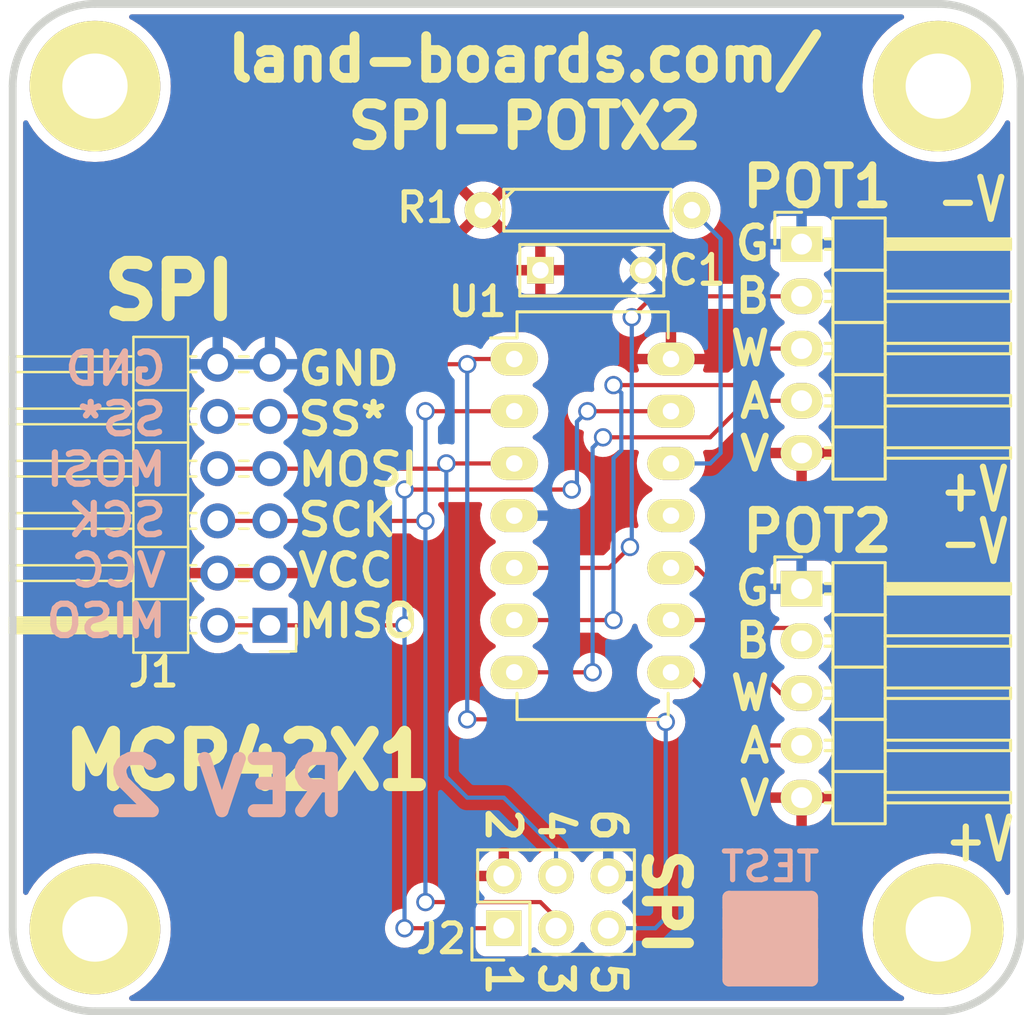
<source format=kicad_pcb>
(kicad_pcb (version 20211014) (generator pcbnew)
  (title_block (title "SPI-POTX2") (date "2022-05-17") (rev "2") (company "land-boards.com"))
  (layers (0 "F.Cu" signal "Front") (31 "B.Cu" power "Back") (36 "B.SilkS" user "B.Silkscreen") (37 "F.SilkS" user "F.Silkscreen") (38 "B.Mask" user) (39 "F.Mask" user) (44 "Edge.Cuts" user))
  (net 0 "")
  (net 1 "/SCK")
  (net 2 "GND")
  (net 3 "/VCC")
  (net 4 "/MISO")
  (net 5 "/MOSI")
  (net 6 "/SS")
  (net 7 "/P1B")
  (net 8 "/P1W")
  (net 9 "/P1A")
  (net 10 "/P0B")
  (net 11 "/P0W")
  (net 12 "/P0A")
  (net 13 "/~{SHDN}")
  (footprint "dougsLib:MTG-4-40" (layer "F.Cu") (at 129.828427 120.028427)
    (fp_text reference "MTG5" hide)
    (fp_text value "MTG_HOLE" hide)
    (pad "1" thru_hole circle locked (at 0 0) (size 6.35 6.35) (drill 3.175) (layers *.Cu *.Mask "F.SilkS") (clearance 0.508))
  )
  (footprint "dougsLib:MTG-4-40" (layer "F.Cu") (at 129.828427 79.028427)
    (fp_text reference "MTG6" hide)
    (fp_text value "MTG_HOLE" hide)
    (pad "1" thru_hole circle locked (at 0 0) (size 6.35 6.35) (drill 3.175) (layers *.Cu *.Mask "F.SilkS") (clearance 0.508))
  )
  (footprint "dougsLib:MTG-4-40" (layer "F.Cu") (at 170.828427 120.028427)
    (fp_text reference "MTG7" hide)
    (fp_text value "MTG_HOLE" hide)
    (pad "1" thru_hole circle locked (at 0 0) (size 6.35 6.35) (drill 3.175) (layers *.Cu *.Mask "F.SilkS") (clearance 0.508))
  )
  (footprint "dougsLib:MTG-4-40" (layer "F.Cu") (at 170.828427 79.028427)
    (fp_text reference "MTG?1" hide)
    (fp_text value "MTG_HOLE" hide)
    (pad "1" thru_hole circle locked (at 0 0) (size 6.35 6.35) (drill 3.175) (layers *.Cu *.Mask "F.SilkS") (clearance 0.508))
  )
  (footprint "Pin_Headers:Pin_Header_Straight_2x03" (layer "F.Cu") (at 149.704427 119.986427 90)
    (fp_text reference "J2" (at -0.508 -3.048 180) (layer "F.SilkS") (effects (font (size 1.397 1.397) (thickness 0.254))))
    (fp_text value "CONN_02X03" hide)
    (fp_line (start 1.27 1.27) (end -1.27 1.27) (layer "F.SilkS") (width 0.15))
    (fp_line (start -1.55 -1.55) (end -1.55 0) (layer "F.SilkS") (width 0.15))
    (fp_line (start 3.81 1.27) (end 3.81 -1.27) (layer "F.SilkS") (width 0.15))
    (fp_line (start 1.27 -1.27) (end 1.27 1.27) (layer "F.SilkS") (width 0.15))
    (fp_line (start 3.81 6.35) (end 3.81 1.27) (layer "F.SilkS") (width 0.15))
    (fp_line (start -1.27 6.35) (end 3.81 6.35) (layer "F.SilkS") (width 0.15))
    (fp_line (start -1.55 -1.55) (end 0 -1.55) (layer "F.SilkS") (width 0.15))
    (fp_line (start 3.81 -1.27) (end 1.27 -1.27) (layer "F.SilkS") (width 0.15))
    (fp_line (start -1.27 1.27) (end -1.27 6.35) (layer "F.SilkS") (width 0.15))
    (pad "1" thru_hole rect locked (at 0 0 90) (size 1.7272 1.7272) (drill 1.016) (layers *.Cu *.Mask "F.SilkS") (net 4 "/MISO"))
    (pad "2" thru_hole oval locked (at 2.54 0 90) (size 1.7272 1.7272) (drill 1.016) (layers *.Cu *.Mask "F.SilkS") (net 3 "/VCC"))
    (pad "3" thru_hole oval locked (at 0 2.54 90) (size 1.7272 1.7272) (drill 1.016) (layers *.Cu *.Mask "F.SilkS") (net 1 "/SCK"))
    (pad "4" thru_hole oval locked (at 2.54 2.54 90) (size 1.7272 1.7272) (drill 1.016) (layers *.Cu *.Mask "F.SilkS") (net 5 "/MOSI"))
    (pad "5" thru_hole oval locked (at 0 5.08 90) (size 1.7272 1.7272) (drill 1.016) (layers *.Cu *.Mask "F.SilkS") (net 6 "/SS"))
    (pad "6" thru_hole oval locked (at 2.54 5.08 90) (size 1.7272 1.7272) (drill 1.016) (layers *.Cu *.Mask "F.SilkS") (net 2 "GND"))
  )
  (footprint "DougsNewMods:TEST_BLK-REAR" (layer "F.Cu") (at 162.658427 120.494427)
    (fp_text reference "TEST" (at 0 -3.5) (layer "B.SilkS") (effects (font (size 1.397 1.397) (thickness 0.254)) (justify mirror)))
    (fp_text value "TEST" hide)
    (fp_line (start 2 0.5) (end 2 1) (layer "B.SilkS") (width 0.65))
    (fp_line (start 2 2) (end -2 2) (layer "B.SilkS") (width 0.65))
    (fp_line (start -2 -1.5) (end 2 -1.5) (layer "B.SilkS") (width 0.65))
    (fp_line (start -2 1) (end -2 1.5) (layer "B.SilkS") (width 0.65))
    (fp_line (start 2 -0.5) (end 2 0) (layer "B.SilkS") (width 0.65))
    (fp_line (start 2 -1) (end -2 -1) (layer "B.SilkS") (width 0.65))
    (fp_line (start 2 -1.5) (end 2 -1) (layer "B.SilkS") (width 0.65))
    (fp_line (start -2 1.5) (end 2 1.5) (layer "B.SilkS") (width 0.65))
    (fp_line (start -2 -2) (end -2 -1.5) (layer "B.SilkS") (width 0.65))
    (fp_line (start -2 2) (end -2 -2) (layer "B.SilkS") (width 0.65))
    (fp_line (start 2 -2) (end 2 2) (layer "B.SilkS") (width 0.65))
    (fp_line (start -2 -2) (end 2 -2) (layer "B.SilkS") (width 0.65))
    (fp_line (start -2 0) (end -2 0.5) (layer "B.SilkS") (width 0.65))
    (fp_line (start -2 -1) (end -2 -0.5) (layer "B.SilkS") (width 0.65))
    (fp_line (start -2 -0.5) (end 2 -0.5) (layer "B.SilkS") (width 0.65))
    (fp_line (start 2 1) (end -2 1) (layer "B.SilkS") (width 0.65))
    (fp_line (start 2 0) (end -2 0) (layer "B.SilkS") (width 0.65))
    (fp_line (start -2 0.5) (end 1.5 0.5) (layer "B.SilkS") (width 0.65))
    (fp_line (start 1.5 0.5) (end 2 0.5) (layer "B.SilkS") (width 0.65))
  )
  (footprint "Capacitors_ThroughHole:C_Rect_L7_W2.5_P5" (layer "F.Cu") (at 151.482427 87.982427)
    (fp_text reference "C1" (at 7.62 0) (layer "F.SilkS") (effects (font (size 1.397 1.397) (thickness 0.254))))
    (fp_text value "0.1uF" hide)
    (fp_line (start 6 -1.25) (end 6 1.25) (layer "F.SilkS") (width 0.15))
    (fp_line (start 6 1.25) (end -1 1.25) (layer "F.SilkS") (width 0.15))
    (fp_line (start -1 -1.25) (end 6 -1.25) (layer "F.SilkS") (width 0.15))
    (fp_line (start -1 1.25) (end -1 -1.25) (layer "F.SilkS") (width 0.15))
    (pad "1" thru_hole rect locked (at 0 0) (size 1.3 1.3) (drill 0.8) (layers *.Cu *.Mask "F.SilkS") (net 3 "/VCC"))
    (pad "2" thru_hole circle locked (at 5 0) (size 1.3 1.3) (drill 0.8) (layers *.Cu *.Mask "F.SilkS") (net 2 "GND"))
  )
  (footprint "Pin_Headers:Pin_Header_Angled_1x05" (layer "F.Cu") (at 164.182427 86.712427)
    (fp_text reference "POT1" (at 0.762 -2.794) (layer "F.SilkS") (effects (font (size 1.905 1.905) (thickness 0.381))))
    (fp_text value "CONN_01X05" hide)
    (fp_line (start 4.064 9.906) (end 10.16 9.906) (layer "F.SilkS") (width 0.15))
    (fp_line (start 1.524 6.35) (end 4.064 6.35) (layer "F.SilkS") (width 0.15))
    (fp_line (start 1.524 2.794) (end 1.143 2.794) (layer "F.SilkS") (width 0.15))
    (fp_line (start 1.524 6.35) (end 4.064 6.35) (layer "F.SilkS") (width 0.15))
    (fp_line (start 4.064 1.27) (end 4.064 -1.27) (layer "F.SilkS") (width 0.15))
    (fp_line (start 1.524 -1.27) (end 4.064 -1.27) (layer "F.SilkS") (width 0.15))
    (fp_line (start 10.16 10.414) (end 4.064 10.414) (layer "F.SilkS") (width 0.15))
    (fp_line (start 10.16 2.286) (end 10.16 2.794) (layer "F.SilkS") (width 0.15))
    (fp_line (start 1.524 5.334) (end 1.143 5.334) (layer "F.SilkS") (width 0.15))
    (fp_line (start 1.524 0.254) (end 1.143 0.254) (layer "F.SilkS") (width 0.15))
    (fp_line (start 10.16 0.254) (end 4.064 0.254) (layer "F.SilkS") (width 0.15))
    (fp_line (start 1.524 -1.27) (end 1.524 1.27) (layer "F.SilkS") (width 0.15))
    (fp_line (start 10.16 4.826) (end 10.16 5.334) (layer "F.SilkS") (width 0.15))
    (fp_line (start 4.064 4.826) (end 10.16 4.826) (layer "F.SilkS") (width 0.15))
    (fp_line (start 4.064 3.81) (end 4.064 1.27) (layer "F.SilkS") (width 0.15))
    (fp_line (start 1.524 1.27) (end 4.064 1.27) (layer "F.SilkS") (width 0.15))
    (fp_line (start 1.524 8.89) (end 4.064 8.89) (layer "F.SilkS") (width 0.15))
    (fp_line (start 1.524 4.826) (end 1.143 4.826) (layer "F.SilkS") (width 0.15))
    (fp_line (start 10.16 -0.254) (end 10.16 0.254) (layer "F.SilkS") (width 0.15))
    (fp_line (start 10.033 0.127) (end 4.191 0.127) (layer "F.SilkS") (width 0.15))
    (fp_line (start 4.064 8.89) (end 4.064 6.35) (layer "F.SilkS") (width 0.15))
    (fp_line (start -1.3 -1.55) (end -1.3 0) (layer "F.SilkS") (width 0.15))
    (fp_line (start 1.524 8.89) (end 1.524 11.43) (layer "F.SilkS") (width 0.15))
    (fp_line (start 1.524 3.81) (end 1.524 6.35) (layer "F.SilkS") (width 0.15))
    (fp_line (start 1.524 8.89) (end 4.064 8.89) (layer "F.SilkS") (width 0.15))
    (fp_line (start 4.064 6.35) (end 4.064 3.81) (layer "F.SilkS") (width 0.15))
    (fp_line (start 10.033 -0.127) (end 10.033 0.127) (layer "F.SilkS") (width 0.15))
    (fp_line (start 4.064 2.286) (end 10.16 2.286) (layer "F.SilkS") (width 0.15))
    (fp_line (start 4.191 -0.127) (end 10.033 -0.127) (layer "F.SilkS") (width 0.15))
    (fp_line (start 4.191 0.127) (end 4.191 0) (layer "F.SilkS") (width 0.15))
    (fp_line (start 1.524 7.366) (end 1.143 7.366) (layer "F.SilkS") (width 0.15))
    (fp_line (start 10.16 7.366) (end 10.16 7.874) (layer "F.SilkS") (width 0.15))
    (fp_line (start 1.524 1.27) (end 1.524 3.81) (layer "F.SilkS") (width 0.15))
    (fp_line (start 1.524 6.35) (end 1.524 8.89) (layer "F.SilkS") (width 0.15))
    (fp_line (start 4.064 11.43) (end 4.064 8.89) (layer "F.SilkS") (width 0.15))
    (fp_line (start 1.524 11.43) (end 4.064 11.43) (layer "F.SilkS") (width 0.15))
    (fp_line (start 4.064 -0.254) (end 10.16 -0.254) (layer "F.SilkS") (width 0.15))
    (fp_line (start 1.524 3.81) (end 4.064 3.81) (layer "F.SilkS") (width 0.15))
    (fp_line (start 10.16 7.874) (end 4.064 7.874) (layer "F.SilkS") (width 0.15))
    (fp_line (start 1.524 7.874) (end 1.143 7.874) (layer "F.SilkS") (width 0.15))
    (fp_line (start 10.16 2.794) (end 4.064 2.794) (layer "F.SilkS") (width 0.15))
    (fp_line (start 0 -1.55) (end -1.3 -1.55) (layer "F.SilkS") (width 0.15))
    (fp_line (start 1.524 3.81) (end 4.064 3.81) (layer "F.SilkS") (width 0.15))
    (fp_line (start 1.524 9.906) (end 1.143 9.906) (layer "F.SilkS") (width 0.15))
    (fp_line (start 1.524 2.286) (end 1.143 2.286) (layer "F.SilkS") (width 0.15))
    (fp_line (start 10.16 5.334) (end 4.064 5.334) (layer "F.SilkS") (width 0.15))
    (fp_line (start 4.064 7.366) (end 10.16 7.366) (layer "F.SilkS") (width 0.15))
    (fp_line (start 4.191 0) (end 10.033 0) (layer "F.SilkS") (width 0.15))
    (fp_line (start 1.524 1.27) (end 4.064 1.27) (layer "F.SilkS") (width 0.15))
    (fp_line (start 10.16 9.906) (end 10.16 10.414) (layer "F.SilkS") (width 0.15))
    (fp_line (start 1.524 10.414) (end 1.143 10.414) (layer "F.SilkS") (width 0.15))
    (fp_line (start 1.524 -0.254) (end 1.143 -0.254) (layer "F.SilkS") (width 0.15))
    (pad "1" thru_hole rect locked (at 0 0) (size 2.032 1.7272) (drill 1.016) (layers *.Cu *.Mask "F.SilkS") (net 2 "GND"))
    (pad "2" thru_hole oval locked (at 0 2.54) (size 2.032 1.7272) (drill 1.016) (layers *.Cu *.Mask "F.SilkS") (net 7 "/P1B"))
    (pad "3" thru_hole oval locked (at 0 5.08) (size 2.032 1.7272) (drill 1.016) (layers *.Cu *.Mask "F.SilkS") (net 8 "/P1W"))
    (pad "4" thru_hole oval locked (at 0 7.62) (size 2.032 1.7272) (drill 1.016) (layers *.Cu *.Mask "F.SilkS") (net 9 "/P1A"))
    (pad "5" thru_hole oval locked (at 0 10.16) (size 2.032 1.7272) (drill 1.016) (layers *.Cu *.Mask "F.SilkS") (net 3 "/VCC"))
  )
  (footprint "Pin_Headers:Pin_Header_Angled_1x05" (layer "F.Cu") (at 164.182427 103.476427)
    (fp_text reference "POT2" (at 0.762 -2.794) (layer "F.SilkS") (effects (font (size 1.905 1.905) (thickness 0.381))))
    (fp_text value "CONN_01X05" hide)
    (fp_line (start -1.3 -1.55) (end -1.3 0) (layer "F.SilkS") (width 0.15))
    (fp_line (start 1.524 6.35) (end 4.064 6.35) (layer "F.SilkS") (width 0.15))
    (fp_line (start 1.524 2.286) (end 1.143 2.286) (layer "F.SilkS") (width 0.15))
    (fp_line (start 1.524 3.81) (end 1.524 6.35) (layer "F.SilkS") (width 0.15))
    (fp_line (start 10.16 7.366) (end 10.16 7.874) (layer "F.SilkS") (width 0.15))
    (fp_line (start 10.16 5.334) (end 4.064 5.334) (layer "F.SilkS") (width 0.15))
    (fp_line (start 1.524 8.89) (end 4.064 8.89) (layer "F.SilkS") (width 0.15))
    (fp_line (start 4.064 7.366) (end 10.16 7.366) (layer "F.SilkS") (width 0.15))
    (fp_line (start 10.16 2.794) (end 4.064 2.794) (layer "F.SilkS") (width 0.15))
    (fp_line (start 4.064 9.906) (end 10.16 9.906) (layer "F.SilkS") (width 0.15))
    (fp_line (start 1.524 11.43) (end 4.064 11.43) (layer "F.SilkS") (width 0.15))
    (fp_line (start 1.524 1.27) (end 1.524 3.81) (layer "F.SilkS") (width 0.15))
    (fp_line (start 1.524 1.27) (end 4.064 1.27) (layer "F.SilkS") (width 0.15))
    (fp_line (start 1.524 6.35) (end 1.524 8.89) (layer "F.SilkS") (width 0.15))
    (fp_line (start 10.16 7.874) (end 4.064 7.874) (layer "F.SilkS") (width 0.15))
    (fp_line (start 10.033 0.127) (end 4.191 0.127) (layer "F.SilkS") (width 0.15))
    (fp_line (start 10.16 0.254) (end 4.064 0.254) (layer "F.SilkS") (width 0.15))
    (fp_line (start 1.524 8.89) (end 4.064 8.89) (layer "F.SilkS") (width 0.15))
    (fp_line (start 1.524 3.81) (end 4.064 3.81) (layer "F.SilkS") (width 0.15))
    (fp_line (start 1.524 5.334) (end 1.143 5.334) (layer "F.SilkS") (width 0.15))
    (fp_line (start 10.16 4.826) (end 10.16 5.334) (layer "F.SilkS") (width 0.15))
    (fp_line (start 10.16 9.906) (end 10.16 10.414) (layer "F.SilkS") (width 0.15))
    (fp_line (start 4.064 4.826) (end 10.16 4.826) (layer "F.SilkS") (width 0.15))
    (fp_line (start 1.524 10.414) (end 1.143 10.414) (layer "F.SilkS") (width 0.15))
    (fp_line (start 1.524 7.366) (end 1.143 7.366) (layer "F.SilkS") (width 0.15))
    (fp_line (start 1.524 1.27) (end 4.064 1.27) (layer "F.SilkS") (width 0.15))
    (fp_line (start 1.524 -0.254) (end 1.143 -0.254) (layer "F.SilkS") (width 0.15))
    (fp_line (start 4.191 -0.127) (end 10.033 -0.127) (layer "F.SilkS") (width 0.15))
    (fp_line (start 4.064 -0.254) (end 10.16 -0.254) (layer "F.SilkS") (width 0.15))
    (fp_line (start 4.064 6.35) (end 4.064 3.81) (layer "F.SilkS") (width 0.15))
    (fp_line (start 1.524 4.826) (end 1.143 4.826) (layer "F.SilkS") (width 0.15))
    (fp_line (start 0 -1.55) (end -1.3 -1.55) (layer "F.SilkS") (width 0.15))
    (fp_line (start 4.064 2.286) (end 10.16 2.286) (layer "F.SilkS") (width 0.15))
    (fp_line (start 4.064 8.89) (end 4.064 6.35) (layer "F.SilkS") (width 0.15))
    (fp_line (start 10.16 2.286) (end 10.16 2.794) (layer "F.SilkS") (width 0.15))
    (fp_line (start 10.033 -0.127) (end 10.033 0.127) (layer "F.SilkS") (width 0.15))
    (fp_line (start 1.524 -1.27) (end 1.524 1.27) (layer "F.SilkS") (width 0.15))
    (fp_line (start 1.524 9.906) (end 1.143 9.906) (layer "F.SilkS") (width 0.15))
    (fp_line (start 4.064 3.81) (end 4.064 1.27) (layer "F.SilkS") (width 0.15))
    (fp_line (start 10.16 -0.254) (end 10.16 0.254) (layer "F.SilkS") (width 0.15))
    (fp_line (start 4.064 1.27) (end 4.064 -1.27) (layer "F.SilkS") (width 0.15))
    (fp_line (start 1.524 2.794) (end 1.143 2.794) (layer "F.SilkS") (width 0.15))
    (fp_line (start 1.524 -1.27) (end 4.064 -1.27) (layer "F.SilkS") (width 0.15))
    (fp_line (start 1.524 6.35) (end 4.064 6.35) (layer "F.SilkS") (width 0.15))
    (fp_line (start 4.191 0.127) (end 4.191 0) (layer "F.SilkS") (width 0.15))
    (fp_line (start 4.191 0) (end 10.033 0) (layer "F.SilkS") (width 0.15))
    (fp_line (start 1.524 0.254) (end 1.143 0.254) (layer "F.SilkS") (width 0.15))
    (fp_line (start 1.524 8.89) (end 1.524 11.43) (layer "F.SilkS") (width 0.15))
    (fp_line (start 10.16 10.414) (end 4.064 10.414) (layer "F.SilkS") (width 0.15))
    (fp_line (start 1.524 7.874) (end 1.143 7.874) (layer "F.SilkS") (width 0.15))
    (fp_line (start 4.064 11.43) (end 4.064 8.89) (layer "F.SilkS") (width 0.15))
    (fp_line (start 1.524 3.81) (end 4.064 3.81) (layer "F.SilkS") (width 0.15))
    (pad "1" thru_hole rect locked (at 0 0) (size 2.032 1.7272) (drill 1.016) (layers *.Cu *.Mask "F.SilkS") (net 2 "GND"))
    (pad "2" thru_hole oval locked (at 0 2.54) (size 2.032 1.7272) (drill 1.016) (layers *.Cu *.Mask "F.SilkS") (net 10 "/P0B"))
    (pad "3" thru_hole oval locked (at 0 5.08) (size 2.032 1.7272) (drill 1.016) (layers *.Cu *.Mask "F.SilkS") (net 11 "/P0W"))
    (pad "4" thru_hole oval locked (at 0 7.62) (size 2.032 1.7272) (drill 1.016) (layers *.Cu *.Mask "F.SilkS") (net 12 "/P0A"))
    (pad "5" thru_hole oval locked (at 0 10.16) (size 2.032 1.7272) (drill 1.016) (layers *.Cu *.Mask "F.SilkS") (net 3 "/VCC"))
  )
  (footprint "Discret:R4-LARGE_PADS" (layer "F.Cu") (at 153.768427 85.061427)
    (fp_text reference "R1" (at -7.874 -0.127 180) (layer "F.SilkS") (effects (font (size 1.397 1.397) (thickness 0.254))))
    (fp_text value "10K" hide)
    (fp_line (start -4.064 -1.016) (end 4.064 -1.016) (layer "F.SilkS") (width 0.15))
    (fp_line (start -5.08 0) (end -4.064 0) (layer "F.SilkS") (width 0.15))
    (fp_line (start 5.08 0) (end 4.064 0) (layer "F.SilkS") (width 0.15))
    (fp_line (start -4.064 1.016) (end -4.064 0) (layer "F.SilkS") (width 0.15))
    (fp_line (start -4.064 0) (end -4.064 -1.016) (layer "F.SilkS") (width 0.15))
    (fp_line (start 4.064 -1.016) (end 4.064 1.016) (layer "F.SilkS") (width 0.15))
    (fp_line (start 4.064 1.016) (end -4.064 1.016) (layer "F.SilkS") (width 0.15))
    (fp_line (start -4.064 -0.508) (end -3.556 -1.016) (layer "F.SilkS") (width 0.15))
    (pad "1" thru_hole circle locked (at -5.08 0) (size 1.778 1.778) (drill 0.8128) (layers *.Cu *.Mask "F.SilkS") (net 3 "/VCC"))
    (pad "2" thru_hole circle locked (at 5.08 0) (size 1.778 1.778) (drill 0.8128) (layers *.Cu *.Mask "F.SilkS") (net 13 "/~{SHDN}"))
  )
  (footprint "Housings_DIP:DIP-14_W7.62mm_LongPads" (layer "F.Cu") (at 150.212427 92.300427)
    (fp_text reference "U1" (at -1.778 -2.794) (layer "F.SilkS") (effects (font (size 1.397 1.397) (thickness 0.254))))
    (fp_text value "MCP4231-103E/P" hide)
    (fp_line (start 0.135 -1.025) (end -1.15 -1.025) (layer "F.SilkS") (width 0.15))
    (fp_line (start 0.135 17.535) (end 0.135 16.265) (layer "F.SilkS") (width 0.15))
    (fp_line (start 0.135 -2.295) (end 0.135 -1.025) (layer "F.SilkS") (width 0.15))
    (fp_line (start 7.485 -2.295) (end 7.485 -1.025) (layer "F.SilkS") (width 0.15))
    (fp_line (start 0.135 17.535) (end 7.485 17.535) (layer "F.SilkS") (width 0.15))
    (fp_line (start 7.485 17.535) (end 7.485 16.265) (layer "F.SilkS") (width 0.15))
    (fp_line (start 0.135 -2.295) (end 7.485 -2.295) (layer "F.SilkS") (width 0.15))
    (pad "1" thru_hole oval locked (at 0 0) (size 2.3 1.6) (drill 0.8) (layers *.Cu *.Mask "F.SilkS") (net 6 "/SS"))
    (pad "2" thru_hole oval locked (at 0 2.54) (size 2.3 1.6) (drill 0.8) (layers *.Cu *.Mask "F.SilkS") (net 1 "/SCK"))
    (pad "3" thru_hole oval locked (at 0 5.08) (size 2.3 1.6) (drill 0.8) (layers *.Cu *.Mask "F.SilkS") (net 5 "/MOSI"))
    (pad "4" thru_hole oval locked (at 0 7.62) (size 2.3 1.6) (drill 0.8) (layers *.Cu *.Mask "F.SilkS") (net 2 "GND"))
    (pad "5" thru_hole oval locked (at 0 10.16) (size 2.3 1.6) (drill 0.8) (layers *.Cu *.Mask "F.SilkS") (net 7 "/P1B"))
    (pad "6" thru_hole oval locked (at 0 12.7) (size 2.3 1.6) (drill 0.8) (layers *.Cu *.Mask "F.SilkS") (net 8 "/P1W"))
    (pad "7" thru_hole oval locked (at 0 15.24) (size 2.3 1.6) (drill 0.8) (layers *.Cu *.Mask "F.SilkS") (net 9 "/P1A"))
    (pad "8" thru_hole oval locked (at 7.62 15.24) (size 2.3 1.6) (drill 0.8) (layers *.Cu *.Mask "F.SilkS") (net 12 "/P0A"))
    (pad "9" thru_hole oval locked (at 7.62 12.7) (size 2.3 1.6) (drill 0.8) (layers *.Cu *.Mask "F.SilkS") (net 11 "/P0W"))
    (pad "10" thru_hole oval locked (at 7.62 10.16) (size 2.3 1.6) (drill 0.8) (layers *.Cu *.Mask "F.SilkS") (net 10 "/P0B"))
    (pad "11" thru_hole oval locked (at 7.62 7.62) (size 2.3 1.6) (drill 0.8) (layers *.Cu *.Mask "F.SilkS"))
    (pad "12" thru_hole oval locked (at 7.62 5.08) (size 2.3 1.6) (drill 0.8) (layers *.Cu *.Mask "F.SilkS") (net 13 "/~{SHDN}"))
    (pad "13" thru_hole oval locked (at 7.62 2.54) (size 2.3 1.6) (drill 0.8) (layers *.Cu *.Mask "F.SilkS") (net 4 "/MISO"))
    (pad "14" thru_hole oval locked (at 7.62 0) (size 2.3 1.6) (drill 0.8) (layers *.Cu *.Mask "F.SilkS") (net 3 "/VCC"))
  )
  (footprint "Connector_PinHeader_2.54mm:PinHeader_2x06_P2.54mm_Horizontal" (layer "F.Cu") (at 138.336427 105.254427 180)
    (fp_text reference "J1" (at 5.655 -2.27) (layer "F.SilkS") (effects (font (size 1.397 1.397) (thickness 0.254))))
    (fp_text value "Conn_02x06_Odd_Even")
    (fp_line (start 3.98 8.89) (end 6.64 8.89) (layer "F.SilkS") (width 0.12))
    (fp_line (start 3.582929 2.16) (end 3.98 2.16) (layer "F.SilkS") (width 0.12))
    (fp_line (start 1.11 0.38) (end 1.497071 0.38) (layer "F.SilkS") (width 0.12))
    (fp_line (start 1.042929 9.78) (end 1.497071 9.78) (layer "F.SilkS") (width 0.12))
    (fp_line (start 12.64 13.08) (end 6.64 13.08) (layer "F.SilkS") (width 0.12))
    (fp_line (start 6.64 9.78) (end 12.64 9.78) (layer "F.SilkS") (width 0.12))
    (fp_line (start 6.64 0.28) (end 12.64 0.28) (layer "F.SilkS") (width 0.12))
    (fp_line (start 1.042929 2.16) (end 1.497071 2.16) (layer "F.SilkS") (width 0.12))
    (fp_line (start 12.64 5.46) (end 6.64 5.46) (layer "F.SilkS") (width 0.12))
    (fp_line (start 3.98 14.03) (end 6.64 14.03) (layer "F.SilkS") (width 0.12))
    (fp_line (start 3.582929 0.38) (end 3.98 0.38) (layer "F.SilkS") (width 0.12))
    (fp_line (start 1.042929 5.46) (end 1.497071 5.46) (layer "F.SilkS") (width 0.12))
    (fp_line (start 12.64 4.7) (end 12.64 5.46) (layer "F.SilkS") (width 0.12))
    (fp_line (start 3.582929 10.54) (end 3.98 10.54) (layer "F.SilkS") (width 0.12))
    (fp_line (start 3.582929 12.32) (end 3.98 12.32) (layer "F.SilkS") (width 0.12))
    (fp_line (start 12.64 -0.38) (end 12.64 0.38) (layer "F.SilkS") (width 0.12))
    (fp_line (start 3.582929 -0.38) (end 3.98 -0.38) (layer "F.SilkS") (width 0.12))
    (fp_line (start 6.64 -0.32) (end 12.64 -0.32) (layer "F.SilkS") (width 0.12))
    (fp_line (start 3.582929 13.08) (end 3.98 13.08) (layer "F.SilkS") (width 0.12))
    (fp_line (start 1.042929 12.32) (end 1.497071 12.32) (layer "F.SilkS") (width 0.12))
    (fp_line (start 12.64 2.92) (end 6.64 2.92) (layer "F.SilkS") (width 0.12))
    (fp_line (start 6.64 7.24) (end 12.64 7.24) (layer "F.SilkS") (width 0.12))
    (fp_line (start 12.64 0.38) (end 6.64 0.38) (layer "F.SilkS") (width 0.12))
    (fp_line (start 12.64 2.16) (end 12.64 2.92) (layer "F.SilkS") (width 0.12))
    (fp_line (start -1.27 -1.27) (end 0 -1.27) (layer "F.SilkS") (width 0.12))
    (fp_line (start 6.64 14.03) (end 6.64 -1.33) (layer "F.SilkS") (width 0.12))
    (fp_line (start 6.64 12.32) (end 12.64 12.32) (layer "F.SilkS") (width 0.12))
    (fp_line (start 12.64 12.32) (end 12.64 13.08) (layer "F.SilkS") (width 0.12))
    (fp_line (start 3.582929 4.7) (end 3.98 4.7) (layer "F.SilkS") (width 0.12))
    (fp_line (start 6.64 -1.33) (end 3.98 -1.33) (layer "F.SilkS") (width 0.12))
    (fp_line (start 6.64 -0.38) (end 12.64 -0.38) (layer "F.SilkS") (width 0.12))
    (fp_line (start 3.98 3.81) (end 6.64 3.81) (layer "F.SilkS") (width 0.12))
    (fp_line (start 6.64 -0.08) (end 12.64 -0.08) (layer "F.SilkS") (width 0.12))
    (fp_line (start 3.98 1.27) (end 6.64 1.27) (layer "F.SilkS") (width 0.12))
    (fp_line (start 3.582929 2.92) (end 3.98 2.92) (layer "F.SilkS") (width 0.12))
    (fp_line (start 3.582929 7.24) (end 3.98 7.24) (layer "F.SilkS") (width 0.12))
    (fp_line (start 3.582929 5.46) (end 3.98 5.46) (layer "F.SilkS") (width 0.12))
    (fp_line (start 1.11 -0.38) (end 1.497071 -0.38) (layer "F.SilkS") (width 0.12))
    (fp_line (start 12.64 9.78) (end 12.64 10.54) (layer "F.SilkS") (width 0.12))
    (fp_line (start 1.042929 10.54) (end 1.497071 10.54) (layer "F.SilkS") (width 0.12))
    (fp_line (start 3.98 11.43) (end 6.64 11.43) (layer "F.SilkS") (width 0.12))
    (fp_line (start 6.64 2.16) (end 12.64 2.16) (layer "F.SilkS") (width 0.12))
    (fp_line (start 1.042929 13.08) (end 1.497071 13.08) (layer "F.SilkS") (width 0.12))
    (fp_line (start 12.64 10.54) (end 6.64 10.54) (layer "F.SilkS") (width 0.12))
    (fp_line (start -1.27 0) (end -1.27 -1.27) (layer "F.SilkS") (width 0.12))
    (fp_line (start 6.64 0.04) (end 12.64 0.04) (layer "F.SilkS") (width 0.12))
    (fp_line (start 12.64 8) (end 6.64 8) (layer "F.SilkS") (width 0.12))
    (fp_line (start 6.64 0.16) (end 12.64 0.16) (layer "F.SilkS") (width 0.12))
    (fp_line (start 6.64 4.7) (end 12.64 4.7) (layer "F.SilkS") (width 0.12))
    (fp_line (start 3.582929 8) (end 3.98 8) (layer "F.SilkS") (width 0.12))
    (fp_line (start 1.042929 4.7) (end 1.497071 4.7) (layer "F.SilkS") (width 0.12))
    (fp_line (start 1.042929 8) (end 1.497071 8) (layer "F.SilkS") (width 0.12))
    (fp_line (start 1.042929 2.92) (end 1.497071 2.92) (layer "F.SilkS") (width 0.12))
    (fp_line (start 6.64 -0.2) (end 12.64 -0.2) (layer "F.SilkS") (width 0.12))
    (fp_line (start 3.98 -1.33) (end 3.98 14.03) (layer "F.SilkS") (width 0.12))
    (fp_line (start 12.64 7.24) (end 12.64 8) (layer "F.SilkS") (width 0.12))
    (fp_line (start 1.042929 7.24) (end 1.497071 7.24) (layer "F.SilkS") (width 0.12))
    (fp_line (start 3.582929 9.78) (end 3.98 9.78) (layer "F.SilkS") (width 0.12))
    (fp_line (start 3.98 6.35) (end 6.64 6.35) (layer "F.SilkS") (width 0.12))
    (pad "1" thru_hole rect (at 0 0 180) (size 1.7 1.7) (drill 1) (layers *.Cu *.Mask) (net 4 "/MISO"))
    (pad "2" thru_hole oval (at 2.54 0 180) (size 1.7 1.7) (drill 1) (layers *.Cu *.Mask) (net 4 "/MISO"))
    (pad "3" thru_hole oval (at 0 2.54 180) (size 1.7 1.7) (drill 1) (layers *.Cu *.Mask) (net 3 "/VCC"))
    (pad "4" thru_hole oval (at 2.54 2.54 180) (size 1.7 1.7) (drill 1) (layers *.Cu *.Mask) (net 3 "/VCC"))
    (pad "5" thru_hole oval (at 0 5.08 180) (size 1.7 1.7) (drill 1) (layers *.Cu *.Mask) (net 1 "/SCK"))
    (pad "6" thru_hole oval (at 2.54 5.08 180) (size 1.7 1.7) (drill 1) (layers *.Cu *.Mask) (net 1 "/SCK"))
    (pad "7" thru_hole oval (at 0 7.62 180) (size 1.7 1.7) (drill 1) (layers *.Cu *.Mask) (net 5 "/MOSI"))
    (pad "8" thru_hole oval (at 2.54 7.62 180) (size 1.7 1.7) (drill 1) (layers *.Cu *.Mask) (net 5 "/MOSI"))
    (pad "9" thru_hole oval (at 0 10.16 180) (size 1.7 1.7) (drill 1) (layers *.Cu *.Mask) (net 6 "/SS"))
    (pad "10" thru_hole oval (at 2.54 10.16 180) (size 1.7 1.7) (drill 1) (layers *.Cu *.Mask) (net 6 "/SS"))
    (pad "11" thru_hole oval (at 0 12.7 180) (size 1.7 1.7) (drill 1) (layers *.Cu *.Mask) (net 2 "GND"))
    (pad "12" thru_hole oval (at 2.54 12.7 180) (size 1.7 1.7) (drill 1) (layers *.Cu *.Mask) (net 2 "GND"))
  )
  (gr_line (start 129.828427 75.028427) (end 170.828427 75.028427) (layer "Edge.Cuts") (width 0.381))
  (gr_line (start 125.828427 120.028427) (end 125.828427 79.028427) (layer "Edge.Cuts") (width 0.381))
  (gr_arc (start 125.828427 79.028427) (mid 127 76.2) (end 129.828427 75.028427) (layer "Edge.Cuts") (width 0.381))
  (gr_line (start 174.828427 79.028427) (end 174.828427 120.028427) (layer "Edge.Cuts") (width 0.381))
  (gr_arc (start 129.828427 124.028427) (mid 127 122.856854) (end 125.828427 120.028427) (layer "Edge.Cuts") (width 0.381))
  (gr_line (start 170.828427 124.028427) (end 129.828427 124.028427) (layer "Edge.Cuts") (width 0.381))
  (gr_arc (start 174.828427 120.028427) (mid 173.656854 122.856854) (end 170.828427 124.028427) (layer "Edge.Cuts") (width 0.381))
  (gr_arc (start 170.828427 75.028427) (mid 173.656854 76.2) (end 174.828427 79.028427) (layer "Edge.Cuts") (width 0.381))
  (gr_text "REV 2" (at 136.242427 113.128427) (layer "B.SilkS") (effects (font (size 2.54 2.54) (thickness 0.635)) (justify mirror)))
  (gr_text "GND\nSS*\nMOSI\nSCK\nVCC\nMISO" (at 133.448427 98.904427) (layer "B.SilkS") (effects (font (size 1.524 1.5875) (thickness 0.3048)) (justify left mirror)))
  (gr_text "GND\nSS*\nMOSI\nSCK\nVCC\nMISO" (at 139.544427 98.904427) (layer "F.SilkS") (effects (font (size 1.524 1.5875) (thickness 0.3048)) (justify left)))
  (gr_text "SPI" (at 157.578427 118.716427 270) (layer "F.SilkS") (effects (font (size 2.032 2.032) (thickness 0.508))))
  (gr_text "SPI" (at 133.448427 88.998427) (layer "F.SilkS") (effects (font (size 2.54 2.54) (thickness 0.635))))
  (gr_text "G\nB\nW\nA\nV" (at 162.785427 108.556427) (layer "F.SilkS") (effects (font (size 1.5875 1.5875) (thickness 0.3048)) (justify right)))
  (gr_text "-V" (at 172.564427 101.190427) (layer "F.SilkS") (effects (font (size 2.032 1.524) (thickness 0.3048))))
  (gr_text "6\n4\n2" (at 152.244427 115.922427 270) (layer "F.SilkS") (effects (font (size 1.5875 1.5875) (thickness 0.3048)) (justify right)))
  (gr_text "+V" (at 172.564427 98.650427) (layer "F.SilkS") (effects (font (size 2.032 1.524) (thickness 0.3048))))
  (gr_text "G\nB\nW\nA\nV" (at 162.785427 91.792427) (layer "F.SilkS") (effects (font (size 1.5875 1.5875) (thickness 0.3048)) (justify right)))
  (gr_text "-V" (at 172.437427 84.553427) (layer "F.SilkS") (effects (font (size 2.032 1.524) (thickness 0.3048))))
  (gr_text "5\n3\n1" (at 152.244427 121.510427 270) (layer "F.SilkS") (effects (font (size 1.5875 1.5875) (thickness 0.3048)) (justify left)))
  (gr_text "MCP42X1" (at 137.258427 111.858427) (layer "F.SilkS") (effects (font (size 2.54 2.54) (thickness 0.635))))
  (gr_text "+V" (at 172.818427 115.668427) (layer "F.SilkS") (effects (font (size 2.032 1.524) (thickness 0.3048))))
  (gr_text "land-boards.com/\nSPI-POTX2" (at 150.720427 79.346427) (layer "F.SilkS") (effects (font (size 2.032 2.032) (thickness 0.47625))))
  (segment (start 145.894427 94.840427) (end 150.212427 94.840427) (width 0.2032) (layer "F.Cu") (net 1))
  (segment (start 145.894427 118.716427) (end 151.482427 118.716427) (width 0.2032) (layer "F.Cu") (net 1))
  (segment (start 151.482427 118.716427) (end 152.244427 119.478427) (width 0.2032) (layer "F.Cu") (net 1))
  (segment (start 152.244427 119.478427) (end 152.244427 119.986427) (width 0.2032) (layer "F.Cu") (net 1))
  (segment (start 135.796427 100.174427) (end 138.336427 100.174427) (width 0.2032) (layer "F.Cu") (net 1))
  (segment (start 138.336427 100.174427) (end 145.894427 100.174427) (width 0.2032) (layer "F.Cu") (net 1))
  (via (at 145.894427 100.174427) (size 0.889) (drill 0.635) (layers "F.Cu" "B.Cu") (net 1))
  (via (at 145.894427 94.840427) (size 0.889) (drill 0.635) (layers "F.Cu" "B.Cu") (net 1))
  (via (at 145.894427 118.716427) (size 0.889) (drill 0.635) (layers "F.Cu" "B.Cu") (net 1))
  (segment (start 145.894427 94.840427) (end 145.894427 100.174427) (width 0.2032) (layer "B.Cu") (net 1))
  (segment (start 145.894427 100.174427) (end 145.894427 118.716427) (width 0.2032) (layer "B.Cu") (net 1))
  (segment (start 144.878427 119.986427) (end 149.704427 119.986427) (width 0.2032) (layer "F.Cu") (net 4))
  (segment (start 138.336427 105.254427) (end 144.878427 105.254427) (width 0.2032) (layer "F.Cu") (net 4))
  (segment (start 135.796427 105.254427) (end 138.336427 105.254427) (width 0.2032) (layer "F.Cu") (net 4))
  (segment (start 144.878427 98.650427) (end 153.006427 98.650427) (width 0.2032) (layer "F.Cu") (net 4))
  (segment (start 157.832427 94.840427) (end 153.768427 94.840427) (width 0.2032) (layer "F.Cu") (net 4))
  (via (at 144.878427 98.650427) (size 0.889) (drill 0.635) (layers "F.Cu" "B.Cu") (net 4))
  (via (at 153.006427 98.650427) (size 0.889) (drill 0.635) (layers "F.Cu" "B.Cu") (net 4))
  (via (at 153.768427 94.840427) (size 0.889) (drill 0.635) (layers "F.Cu" "B.Cu") (net 4))
  (via (at 144.878427 119.986427) (size 0.889) (drill 0.635) (layers "F.Cu" "B.Cu") (net 4))
  (via (at 144.878427 105.254427) (size 0.889) (drill 0.635) (layers "F.Cu" "B.Cu") (net 4))
  (segment (start 153.768427 94.840427) (end 153.260427 95.348427) (width 0.2032) (layer "B.Cu") (net 4))
  (segment (start 153.260427 98.396427) (end 153.006427 98.650427) (width 0.2032) (layer "B.Cu") (net 4))
  (segment (start 144.878427 98.650427) (end 144.878427 105.254427) (width 0.2032) (layer "B.Cu") (net 4))
  (segment (start 144.878427 105.254427) (end 144.878427 119.986427) (width 0.2032) (layer "B.Cu") (net 4))
  (segment (start 153.260427 95.348427) (end 153.260427 98.396427) (width 0.2032) (layer "B.Cu") (net 4))
  (segment (start 146.910427 97.380427) (end 150.212427 97.380427) (width 0.2032) (layer "F.Cu") (net 5))
  (segment (start 146.656427 97.634427) (end 146.910427 97.380427) (width 0.2032) (layer "F.Cu") (net 5))
  (segment (start 138.336427 97.634427) (end 146.656427 97.634427) (width 0.2032) (layer "F.Cu") (net 5))
  (segment (start 135.796427 97.634427) (end 138.336427 97.634427) (width 0.2032) (layer "F.Cu") (net 5))
  (via (at 146.910427 97.380427) (size 0.889) (drill 0.635) (layers "F.Cu" "B.Cu") (net 5))
  (segment (start 152.244427 116.176427) (end 149.704427 113.636427) (width 0.2032) (layer "B.Cu") (net 5))
  (segment (start 149.704427 113.636427) (end 147.926427 113.636427) (width 0.2032) (layer "B.Cu") (net 5))
  (segment (start 147.926427 113.636427) (end 146.910427 112.620427) (width 0.2032) (layer "B.Cu") (net 5))
  (segment (start 152.244427 117.446427) (end 152.244427 116.176427) (width 0.2032) (layer "B.Cu") (net 5))
  (segment (start 146.910427 97.380427) (end 146.910427 112.620427) (width 0.2032) (layer "B.Cu") (net 5))
  (segment (start 148.180427 92.300427) (end 147.926427 92.554427) (width 0.2032) (layer "F.Cu") (net 6))
  (segment (start 157.578427 109.953427) (end 157.451427 109.826427) (width 0.2032) (layer "F.Cu") (net 6))
  (segment (start 157.451427 109.826427) (end 147.926427 109.826427) (width 0.2032) (layer "F.Cu") (net 6))
  (segment (start 138.336427 95.094427) (end 140.814427 95.094427) (width 0.2032) (layer "F.Cu") (net 6))
  (segment (start 140.814427 95.094427) (end 143.354427 92.554427) (width 0.2032) (layer "F.Cu") (net 6))
  (segment (start 143.354427 92.554427) (end 147.926427 92.554427) (width 0.2032) (layer "F.Cu") (net 6))
  (segment (start 150.212427 92.300427) (end 148.180427 92.300427) (width 0.2032) (layer "F.Cu") (net 6))
  (segment (start 135.796427 95.094427) (end 138.336427 95.094427) (width 0.2032) (layer "F.Cu") (net 6))
  (via (at 157.578427 109.953427) (size 0.889) (drill 0.635) (layers "F.Cu" "B.Cu") (net 6))
  (via (at 147.926427 109.826427) (size 0.889) (drill 0.635) (layers "F.Cu" "B.Cu") (net 6))
  (via (at 147.926427 92.554427) (size 0.889) (drill 0.635) (layers "F.Cu" "B.Cu") (net 6))
  (segment (start 147.926427 92.554427) (end 147.926427 109.826427) (width 0.2032) (layer "B.Cu") (net 6))
  (segment (start 157.070427 119.986427) (end 157.578427 119.478427) (width 0.2032) (layer "B.Cu") (net 6))
  (segment (start 157.578427 119.478427) (end 157.578427 109.953427) (width 0.2032) (layer "B.Cu") (net 6))
  (segment (start 154.784427 119.986427) (end 157.070427 119.986427) (width 0.2032) (layer "B.Cu") (net 6))
  (segment (start 156.943427 89.252427) (end 155.927427 90.268427) (width 0.2032) (layer "F.Cu") (net 7))
  (segment (start 154.82258 102.460427) (end 155.838527 101.44448) (width 0.2032) (layer "F.Cu") (net 7))
  (segment (start 150.212427 102.460427) (end 154.82258 102.460427) (width 0.2032) (layer "F.Cu") (net 7))
  (segment (start 164.182427 89.252427) (end 156.943427 89.252427) (width 0.2032) (layer "F.Cu") (net 7))
  (via (at 155.927427 90.268427) (size 0.889) (drill 0.635) (layers "F.Cu" "B.Cu") (net 7))
  (via (at 155.838527 101.44448) (size 0.889) (drill 0.635) (layers "F.Cu" "B.Cu") (net 7))
  (segment (start 155.927427 101.35558) (end 155.838527 101.44448) (width 0.2032) (layer "B.Cu") (net 7))
  (segment (start 155.927427 90.268427) (end 155.927427 101.35558) (width 0.2032) (layer "B.Cu") (net 7))
  (segment (start 162.658427 91.792427) (end 160.880427 93.570427) (width 0.2032) (layer "F.Cu") (net 8))
  (segment (start 160.880427 93.570427) (end 155.038427 93.570427) (width 0.2032) (layer "F.Cu") (net 8))
  (segment (start 155.038427 105.000427) (end 150.212427 105.000427) (width 0.2032) (layer "F.Cu") (net 8))
  (segment (start 164.182427 91.792427) (end 162.658427 91.792427) (width 0.2032) (layer "F.Cu") (net 8))
  (via (at 155.038427 93.570427) (size 0.889) (drill 0.635) (layers "F.Cu" "B.Cu") (net 8))
  (via (at 155.038427 105.000427) (size 0.889) (drill 0.635) (layers "F.Cu" "B.Cu") (net 8))
  (segment (start 155.419427 93.951427) (end 155.038427 93.570427) (width 0.2032) (layer "B.Cu") (net 8))
  (segment (start 155.038427 97.126427) (end 155.419427 96.745427) (width 0.2032) (layer "B.Cu") (net 8))
  (segment (start 155.038427 105.000427) (end 155.038427 97.126427) (width 0.2032) (layer "B.Cu") (net 8))
  (segment (start 155.419427 96.745427) (end 155.419427 93.951427) (width 0.2032) (layer "B.Cu") (net 8))
  (segment (start 161.515427 94.332427) (end 159.737427 96.110427) (width 0.2032) (layer "F.Cu") (net 9))
  (segment (start 159.737427 96.110427) (end 154.530427 96.110427) (width 0.2032) (layer "F.Cu") (net 9))
  (segment (start 164.182427 94.332427) (end 161.515427 94.332427) (width 0.2032) (layer "F.Cu") (net 9))
  (segment (start 154.022427 107.540427) (end 150.212427 107.540427) (width 0.2032) (layer "F.Cu") (net 9))
  (via (at 154.022427 107.540427) (size 0.889) (drill 0.635) (layers "F.Cu" "B.Cu") (net 9))
  (via (at 154.530427 96.110427) (size 0.889) (drill 0.635) (layers "F.Cu" "B.Cu") (net 9))
  (segment (start 154.022427 107.540427) (end 154.022427 96.618427) (width 0.2032) (layer "B.Cu") (net 9))
  (segment (start 154.022427 96.618427) (end 154.530427 96.110427) (width 0.2032) (layer "B.Cu") (net 9))
  (segment (start 159.102427 102.460427) (end 162.023427 105.381427) (width 0.2032) (layer "F.Cu") (net 10))
  (segment (start 162.023427 105.381427) (end 163.547427 105.381427) (width 0.2032) (layer "F.Cu") (net 10))
  (segment (start 163.547427 105.381427) (end 164.182427 106.016427) (width 0.2032) (layer "F.Cu") (net 10))
  (segment (start 157.832427 102.460427) (end 159.102427 102.460427) (width 0.2032) (layer "F.Cu") (net 10))
  (segment (start 159.610427 105.000427) (end 163.166427 108.556427) (width 0.2032) (layer "F.Cu") (net 11))
  (segment (start 163.166427 108.556427) (end 164.182427 108.556427) (width 0.2032) (layer "F.Cu") (net 11))
  (segment (start 157.832427 105.000427) (end 159.610427 105.000427) (width 0.2032) (layer "F.Cu") (net 11))
  (segment (start 158.594427 107.540427) (end 162.150427 111.096427) (width 0.2032) (layer "F.Cu") (net 12))
  (segment (start 162.150427 111.096427) (end 164.182427 111.096427) (width 0.2032) (layer "F.Cu") (net 12))
  (segment (start 157.832427 107.540427) (end 158.594427 107.540427) (width 0.2032) (layer "F.Cu") (net 12))
  (segment (start 159.737427 97.380427) (end 160.245427 96.872427) (width 0.2032) (layer "B.Cu") (net 13))
  (segment (start 160.245427 96.872427) (end 160.245427 86.458427) (width 0.2032) (layer "B.Cu") (net 13))
  (segment (start 160.245427 86.458427) (end 158.848427 85.061427) (width 0.2032) (layer "B.Cu") (net 13))
  (segment (start 157.832427 97.380427) (end 159.737427 97.380427) (width 0.2032) (layer "B.Cu") (net 13))
  (zone (net 3) (net_name "/VCC") (layer "F.Cu") (connect_pads (clearance 0.508)) (min_thickness 0.254) (fill yes (thermal_gap 0.508) (thermal_bridge_width 0.508))
    (polygon (pts (xy 129.638427 75.028427) (xy 170.278427 75.028427) (xy 174.723427 79.473427) (xy 174.723427 120.113427) (xy 170.913427 123.923427) (xy 129.638427 123.923427) (xy 125.828427 119.478427) (xy 125.828427 78.838427)))
  )
  (zone (net 2) (net_name "GND") (layer "B.Cu") (connect_pads (clearance 0.508)) (min_thickness 0.254) (fill yes (thermal_gap 0.508) (thermal_bridge_width 0.508))
    (polygon (pts (xy 129.638427 75.028427) (xy 170.913427 75.028427) (xy 174.723427 80.108427) (xy 174.723427 119.478427) (xy 170.913427 123.923427) (xy 130.273427 123.923427) (xy 125.828427 119.478427) (xy 125.828427 78.838427)))
  )
)
</source>
